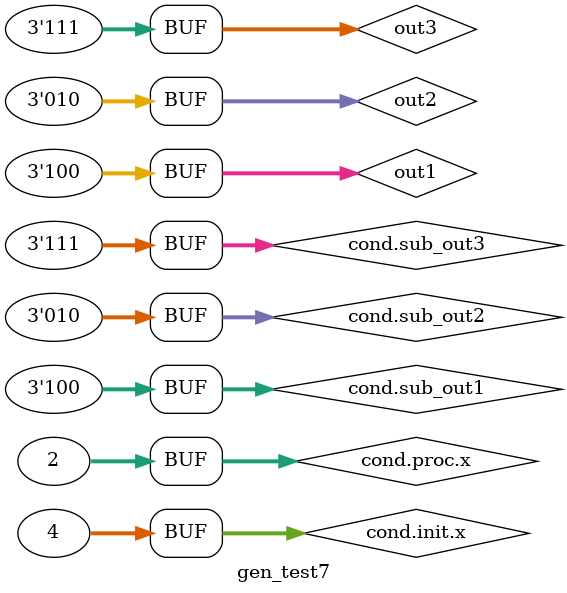
<source format=sv>
module gen_test7;
	reg [2:0] out1;
	reg [2:0] out2;
	wire [2:0] out3;
	generate
		if (1) begin : cond
			reg [2:0] sub_out1;
			reg [2:0] sub_out2;
			wire [2:0] sub_out3;
			initial begin : init
				reg signed [31:0] x;
				x = 2 ** 2;
				out1 = x;
				sub_out1 = x;
			end
			always @* begin : proc
				reg signed [31:0] x;
				x = 2 ** 1;
				out2 = x;
				sub_out2 = x;
			end
			genvar x;
			for (x = 0; x < 3; x = x + 1) begin
				assign out3[x] = 1;
				assign sub_out3[x] = 1;
			end
		end
	endgenerate

// `define VERIFY
`ifdef VERIFY
	assert property (out1 == 4);
	assert property (out2 == 2);
	assert property (out3 == 7);
	assert property (cond.sub_out1 == 4);
	assert property (cond.sub_out2 == 2);
	assert property (cond.sub_out3 == 7);
`endif
endmodule

</source>
